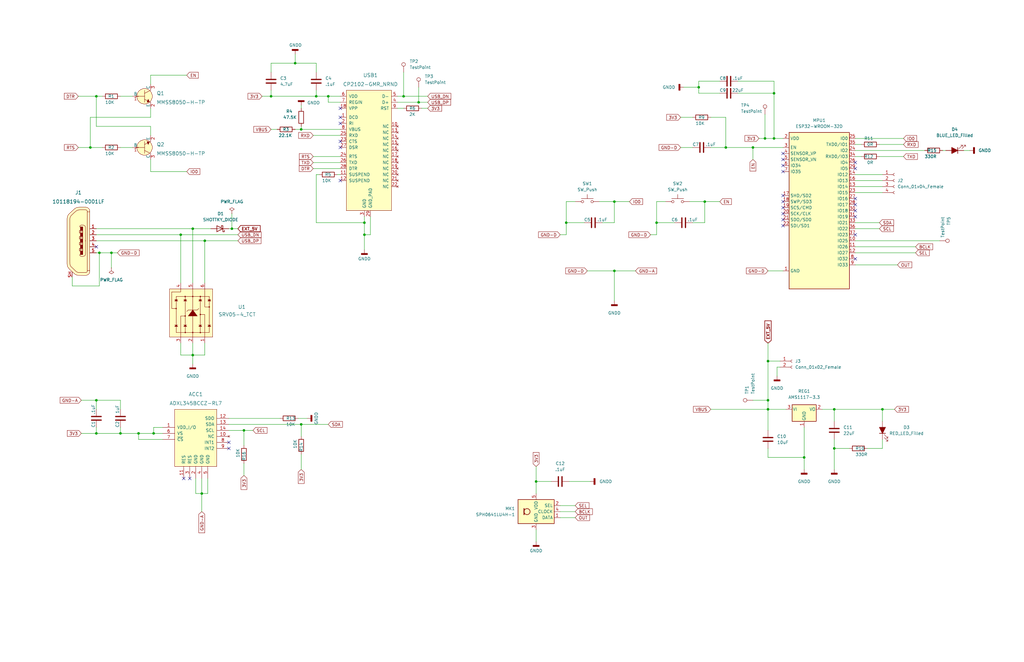
<source format=kicad_sch>
(kicad_sch (version 20211123) (generator eeschema)
  (paper "USLedger")
  (title_block (title "OPEN VIBRATION CIRCUIT SCHEMATIC LAYOUT") (date "04-10-2023") (rev "C") (company "COMPANY: NSE") (comment 1 "CHECKED: ANTHONY DOUD") (comment 2 "REVIEWED: ZACH LAHNERS") (comment 3 "DRAFTED: DAMIEN MORALES"))
  (lib_symbols
    (symbol "ADXL345BCCZ-RL7_1" (pin_names (offset 1.016))
      (property "Reference" "ACC" (at 3.81 17.78 0))
      (property "Value" "ADXL345BCCZ-RL7" (at 3.81 13.97 0))
      (symbol "ADXL345BCCZ-RL7_1_1_1"
        (pin power_in line (at -10.16 3.81 0) (length 5.08) (name "VDD_I/O") (number "1"))
        (pin no_connect line (at 17.78 0 180) (length 5.08) (name "NC") (number "10"))
        (pin power_in line (at -1.27 -17.78 90) (length 5.08) (name "RES") (number "11"))
        (pin bidirectional line (at 17.78 7.62 180) (length 5.08) (name "SDO") (number "12"))
        (pin bidirectional line (at 17.78 5.08 180) (length 5.08) (name "SDA") (number "13"))
        (pin bidirectional line (at 17.78 2.54 180) (length 5.08) (name "SCL") (number "14"))
        (pin power_in line (at 3.81 -17.78 90) (length 5.08) (name "GND") (number "2"))
        (pin power_in line (at 1.27 -17.78 90) (length 5.08) (name "RES") (number "3"))
        (pin power_in line (at 6.35 -17.78 90) (length 5.08) (name "GND") (number "4"))
        (pin power_in line (at 8.89 -17.78 90) (length 5.08) (name "GND") (number "5"))
        (pin power_in line (at -10.16 1.27 0) (length 5.08) (name "VS") (number "6"))
        (pin input line (at -10.16 -1.27 0) (length 5.08) (name "~{CS}") (number "7"))
        (pin output line (at 17.78 -2.54 180) (length 5.08) (name "INT1") (number "8"))
        (pin output line (at 17.78 -5.08 180) (length 5.08) (name "INT2") (number "9"))
      )
    )
    (symbol "CP2102-GMR_NRND_1" (pin_names (offset 1.016))
      (property "Reference" "USB" (at 1.27 22.86 0))
      (property "Value" "CP2102-GMR_NRND_1" (at -6.35 19.05 0))
      (symbol "CP2102-GMR_NRND_1_1_1"
        (pin input line (at -7.62 6.35 0) (length 2.54) (name "DCD") (number "1"))
        (pin no_connect line (at 16.51 2.54 180) (length 2.54) (name "NC") (number "10"))
        (pin output line (at -7.62 -17.78 0) (length 2.54) (name "SUSPEND") (number "11"))
        (pin output line (at -7.62 -20.32 0) (length 2.54) (name "SUSPEND") (number "12"))
        (pin no_connect line (at 16.51 0 180) (length 2.54) (name "NC") (number "13"))
        (pin no_connect line (at 16.51 -2.54 180) (length 2.54) (name "NC") (number "14"))
        (pin no_connect line (at 16.51 -5.08 180) (length 2.54) (name "NC") (number "15"))
        (pin no_connect line (at 16.51 -7.62 180) (length 2.54) (name "NC") (number "16"))
        (pin no_connect line (at 16.51 -10.16 180) (length 2.54) (name "NC") (number "17"))
        (pin no_connect line (at 16.51 -12.7 180) (length 2.54) (name "NC") (number "18"))
        (pin power_in line (at -7.62 10.16 0) (length 2.54) (name "VPP") (number "18"))
        (pin no_connect line (at 16.51 -15.24 180) (length 2.54) (name "NC") (number "19"))
        (pin input line (at -7.62 3.81 0) (length 2.54) (name "RI") (number "2"))
        (pin no_connect line (at 16.51 -17.78 180) (length 2.54) (name "NC") (number "20"))
        (pin no_connect line (at 16.51 -20.32 180) (length 2.54) (name "NC") (number "21"))
        (pin no_connect line (at 16.51 -22.86 180) (length 2.54) (name "NC") (number "22"))
        (pin input line (at -7.62 -3.81 0) (length 2.54) (name "CTS") (number "23"))
        (pin output line (at -7.62 -10.16 0) (length 2.54) (name "RTS") (number "24"))
        (pin input line (at -7.62 -1.27 0) (length 2.54) (name "RXD") (number "25"))
        (pin output line (at -7.62 -12.7 0) (length 2.54) (name "TXD") (number "26"))
        (pin input line (at -7.62 -6.35 0) (length 2.54) (name "DSR") (number "27"))
        (pin output line (at -7.62 -15.24 0) (length 2.54) (name "DTR") (number "28"))
        (pin power_in line (at 5.08 -35.56 90) (length 2.54) (name "GND_PAD") (number "29"))
        (pin power_in line (at 2.54 -35.56 90) (length 2.54) (name "GND") (number "3"))
        (pin bidirectional line (at 16.51 12.7 180) (length 2.54) (name "D+") (number "4"))
        (pin bidirectional line (at 16.51 15.24 180) (length 2.54) (name "D-") (number "5"))
        (pin passive line (at -7.62 15.24 0) (length 2.54) (name "VDD") (number "6"))
        (pin power_in line (at -7.62 12.7 0) (length 2.54) (name "REGIN") (number "7"))
        (pin input line (at -7.62 1.27 0) (length 2.54) (name "VBUS") (number "8"))
        (pin bidirectional line (at 16.51 10.16 180) (length 2.54) (name "RST") (number "9"))
      )
    )
    (symbol "Connector:Conn_01x02_Female" (pin_names (offset 1.016) hide)
      (property "Reference" "J" (at 0 2.54 0))
      (property "Value" "Conn_01x02_Female" (at 0 -5.08 0))
      (symbol "Conn_01x02_Female_1_1"
        (pin passive line (at -5.08 0 0) (length 3.81) (name "Pin_1") (number "1"))
        (pin passive line (at -5.08 -2.54 0) (length 3.81) (name "Pin_2") (number "2"))
      )
    )
    (symbol "Connector:Conn_01x04_Female" (pin_names (offset 1.016) hide)
      (property "Reference" "J" (at 0 5.08 0))
      (property "Value" "Conn_01x04_Female" (at 0 -7.62 0))
      (symbol "Conn_01x04_Female_1_1"
        (pin passive line (at -5.08 2.54 0) (length 3.81) (name "Pin_1") (number "1"))
        (pin passive line (at -5.08 0 0) (length 3.81) (name "Pin_2") (number "2"))
        (pin passive line (at -5.08 -2.54 0) (length 3.81) (name "Pin_3") (number "3"))
        (pin passive line (at -5.08 -5.08 0) (length 3.81) (name "Pin_4") (number "4"))
      )
    )
    (symbol "Connector:TestPoint" (pin_numbers hide) (pin_names (offset 0.762) hide)
      (property "Reference" "TP" (at 0 6.858 0))
      (property "Value" "TestPoint" (at 0 5.08 0))
      (symbol "TestPoint_1_1"
        (pin passive line (at 0 0 90) (length 2.54) (name "1") (number "1"))
      )
    )
    (symbol "Device:C" (pin_numbers hide) (pin_names (offset 0.254))
      (property "Reference" "C" (at 0.635 2.54 0))
      (property "Value" "C" (at 0.635 -2.54 0))
      (symbol "C_1_1"
        (pin passive line (at 0 3.81 270) (length 2.794) (name "~") (number "1"))
        (pin passive line (at 0 -3.81 90) (length 2.794) (name "~") (number "2"))
      )
    )
    (symbol "Device:LED_Filled" (pin_numbers hide) (pin_names (offset 1.016) hide)
      (property "Reference" "D" (at 0 2.54 0))
      (property "Value" "LED_Filled" (at 0 -2.54 0))
      (symbol "LED_Filled_1_1"
        (pin passive line (at -3.81 0 0) (length 2.54) (name "K") (number "1"))
        (pin passive line (at 3.81 0 180) (length 2.54) (name "A") (number "2"))
      )
    )
    (symbol "Device:R" (pin_numbers hide) (pin_names (offset 0))
      (property "Reference" "R" (at 2.032 0 90))
      (property "Value" "R" (at 0 0 90))
      (symbol "R_1_1"
        (pin passive line (at 0 3.81 270) (length 1.27) (name "~") (number "1"))
        (pin passive line (at 0 -3.81 90) (length 1.27) (name "~") (number "2"))
      )
    )
    (symbol "Diode:BAT41" (pin_numbers hide) (pin_names (offset 1.016) hide)
      (property "Reference" "D" (at 0 2.54 0))
      (property "Value" "BAT41" (at 0 -2.54 0))
      (symbol "BAT41_1_1"
        (pin passive line (at -3.81 0 0) (length 2.54) (name "K") (number "1"))
        (pin passive line (at 3.81 0 180) (length 2.54) (name "A") (number "2"))
      )
    )
    (symbol "ESP32-WROOM-32D_1"
      (property "Reference" "MPU" (at 0 38.1 0))
      (property "Value" "ESP32-WROOM-32D" (at 0 35.56 0))
      (symbol "ESP32-WROOM-32D_1_1_1"
        (pin power_in line (at -15.24 -25.4 0) (length 2.54) (name "GND") (number "1"))
        (pin bidirectional line (at 15.24 -12.7 180) (length 2.54) (name "IO25") (number "10"))
        (pin bidirectional line (at 15.24 -15.24 180) (length 2.54) (name "IO26") (number "11"))
        (pin bidirectional line (at 15.24 -17.78 180) (length 2.54) (name "IO27") (number "12"))
        (pin bidirectional line (at 15.24 10.16 180) (length 2.54) (name "IO14") (number "13"))
        (pin bidirectional line (at 15.24 15.24 180) (length 2.54) (name "IO12") (number "14"))
        (pin passive line (at -15.24 -25.4 0) (length 2.54) hide (name "GND") (number "15"))
        (pin bidirectional line (at 15.24 12.7 180) (length 2.54) (name "IO13") (number "16"))
        (pin bidirectional line (at -15.24 6.35 0) (length 2.54) (name "SHD/SD2") (number "17"))
        (pin bidirectional line (at -15.24 3.81 0) (length 2.54) (name "SWP/SD3") (number "18"))
        (pin bidirectional line (at -15.24 1.27 0) (length 2.54) (name "SCS/CMD") (number "19"))
        (pin power_in line (at -15.24 30.48 0) (length 2.54) (name "VDD") (number "2"))
        (pin bidirectional line (at -15.24 -1.27 0) (length 2.54) (name "SCK/CLK") (number "20"))
        (pin bidirectional line (at -15.24 -3.81 0) (length 2.54) (name "SDO/SD0") (number "21"))
        (pin bidirectional line (at -15.24 -6.35 0) (length 2.54) (name "SDI/SD1") (number "22"))
        (pin bidirectional line (at 15.24 7.62 180) (length 2.54) (name "IO15") (number "23"))
        (pin bidirectional line (at 15.24 25.4 180) (length 2.54) (name "IO2") (number "24"))
        (pin bidirectional line (at 15.24 30.48 180) (length 2.54) (name "IO0") (number "25"))
        (pin bidirectional line (at 15.24 20.32 180) (length 2.54) (name "IO4") (number "26"))
        (pin bidirectional line (at 15.24 5.08 180) (length 2.54) (name "IO16") (number "27"))
        (pin bidirectional line (at 15.24 2.54 180) (length 2.54) (name "IO17") (number "28"))
        (pin bidirectional line (at 15.24 17.78 180) (length 2.54) (name "IO5") (number "29"))
        (pin input line (at -15.24 26.67 0) (length 2.54) (name "EN") (number "3"))
        (pin bidirectional line (at 15.24 0 180) (length 2.54) (name "IO18") (number "30"))
        (pin bidirectional line (at 15.24 -2.54 180) (length 2.54) (name "IO19") (number "31"))
        (pin no_connect line (at -12.7 -27.94 0) (length 2.54) hide (name "NC") (number "32"))
        (pin bidirectional line (at 15.24 -5.08 180) (length 2.54) (name "IO21") (number "33"))
        (pin bidirectional line (at 15.24 22.86 180) (length 2.54) (name "RXD0/IO3") (number "34"))
        (pin bidirectional line (at 15.24 27.94 180) (length 2.54) (name "TXD0/IO1") (number "35"))
        (pin bidirectional line (at 15.24 -7.62 180) (length 2.54) (name "IO22") (number "36"))
        (pin bidirectional line (at 15.24 -10.16 180) (length 2.54) (name "IO23") (number "37"))
        (pin passive line (at -15.24 -25.4 0) (length 2.54) hide (name "GND") (number "38"))
        (pin passive line (at -15.24 -25.4 0) (length 2.54) hide (name "GND") (number "39"))
        (pin input line (at -15.24 24.13 0) (length 2.54) (name "SENSOR_VP") (number "4"))
        (pin input line (at -15.24 21.59 0) (length 2.54) (name "SENSOR_VN") (number "5"))
        (pin input line (at -15.24 19.05 0) (length 2.54) (name "IO34") (number "6"))
        (pin input line (at -15.24 16.51 0) (length 2.54) (name "IO35") (number "7"))
        (pin bidirectional line (at 15.24 -20.32 180) (length 2.54) (name "IO32") (number "8"))
        (pin bidirectional line (at 15.24 -22.86 180) (length 2.54) (name "IO33") (number "9"))
      )
    )
    (symbol "MMSS8050-H-TP_1" (pin_names (offset 0))
      (property "Reference" "Q" (at -3.2004 4.2164 0))
      (property "Value" "MMSS8050-H-TP_1" (at 5.2324 0 90))
      (symbol "MMSS8050-H-TP_1_1_1"
        (pin input line (at -5.08 0 0) (length 2.54) (name "B") (number "1"))
        (pin passive line (at 2.54 -5.08 90) (length 2.54) (name "E") (number "2"))
        (pin passive line (at 2.54 5.08 270) (length 2.54) (name "C") (number "3"))
      )
    )
    (symbol "Regulator_Linear:AMS1117-3.3" (pin_names (offset 0.254))
      (property "Reference" "U" (at -3.81 3.175 0))
      (property "Value" "AMS1117-3.3" (at 0 3.175 0))
      (symbol "AMS1117-3.3_1_1"
        (pin power_in line (at 0 -7.62 90) (length 2.54) (name "GND") (number "1"))
        (pin power_out line (at 7.62 0 180) (length 2.54) (name "VO") (number "2"))
        (pin power_in line (at -7.62 0 0) (length 2.54) (name "VI") (number "3"))
      )
    )
    (symbol "Sensor_Audio:SPH0641LU4H-1"
      (property "Reference" "MK" (at 5.08 6.35 0))
      (property "Value" "SPH0641LU4H-1" (at 8.89 -6.35 0))
      (symbol "SPH0641LU4H-1_1_1"
        (pin output line (at 10.16 -2.54 180) (length 2.54) (name "DATA") (number "1"))
        (pin input line (at 10.16 2.54 180) (length 2.54) (name "SEL") (number "2"))
        (pin power_in line (at 0 -7.62 90) (length 2.54) (name "GND") (number "3"))
        (pin input line (at 10.16 0 180) (length 2.54) (name "CLOCK") (number "4"))
        (pin power_in line (at 0 7.62 270) (length 2.54) (name "VDD") (number "5"))
      )
    )
    (symbol "Switch:SW_Push" (pin_numbers hide) (pin_names (offset 1.016) hide)
      (property "Reference" "SW" (at 1.27 2.54 0))
      (property "Value" "SW_Push" (at 0 -1.524 0))
      (symbol "SW_Push_0_1"
        (pin passive line (at -5.08 0 0) (length 2.54) (name "1") (number "1"))
        (pin passive line (at 5.08 0 180) (length 2.54) (name "2") (number "2"))
      )
    )
    (symbol "dk_TVS-Diodes:SRV05-4_TCT" (pin_names (offset 1.016))
      (property "Reference" "D" (at -10.414 9.271 0))
      (property "Value" "SRV05-4_TCT" (at 0 -11.43 0))
      (symbol "SRV05-4_TCT_1_1"
        (pin passive line (at -12.7 5.08 0) (length 2.54) (name "~") (number "1"))
        (pin passive line (at -12.7 0 0) (length 2.54) (name "~") (number "2"))
        (pin passive line (at -12.7 -5.08 0) (length 2.54) (name "~") (number "3"))
        (pin passive line (at 12.7 -5.08 180) (length 2.54) (name "~") (number "4"))
        (pin passive line (at 12.7 0 180) (length 2.54) (name "~") (number "5"))
        (pin passive line (at 12.7 5.08 180) (length 2.54) (name "~") (number "6"))
      )
    )
    (symbol "dk_USB-DVI-HDMI-Connectors:10118194-0001LF" (pin_names (offset 1.016))
      (property "Reference" "J" (at -4.445 15.24 0))
      (property "Value" "10118194-0001LF" (at -6.35 -7.62 90))
      (symbol "10118194-0001LF_1_1"
        (pin passive line (at 7.62 5.08 180) (length 2.794) (name "~") (number "1"))
        (pin passive line (at 7.62 2.54 180) (length 2.794) (name "~") (number "2"))
        (pin passive line (at 7.62 0 180) (length 2.794) (name "~") (number "3"))
        (pin passive line (at 7.62 -2.54 180) (length 2.794) (name "~") (number "4"))
        (pin passive line (at 7.62 -5.08 180) (length 2.794) (name "~") (number "5"))
        (pin passive line (at -2.54 -15.24 90) (length 2.032) (name "~") (number "SH"))
      )
    )
    (symbol "power:GNDD" (power) (pin_names (offset 0))
      (property "Value" "GNDD" (at 0 -3.175 0))
      (symbol "GNDD_1_1"
        (pin power_in line (at 0 0 270) (length 0) hide (name "GNDD") (number "1"))
      )
    )
    (symbol "power:PWR_FLAG" (power) (pin_numbers hide) (pin_names (offset 0) hide)
      (property "Value" "PWR_FLAG" (at 0 3.81 0))
      (symbol "PWR_FLAG_0_0"
        (pin power_out line (at 0 0 90) (length 0) (name "pwr") (number "1"))
      )
    )
  )
  (junction (at 326.39 39.37))
  (junction (at 372.11 172.72))
  (junction (at 58.42 182.88))
  (junction (at 326.39 58.42))
  (junction (at 46.99 106.68))
  (junction (at 81.28 96.52))
  (junction (at 339.09 193.04))
  (junction (at 64.77 182.88))
  (junction (at 323.85 152.4))
  (junction (at 127 179.07))
  (junction (at 317.5 62.23))
  (junction (at 238.76 93.98))
  (junction (at 153.67 99.06))
  (junction (at 297.18 85.09))
  (junction (at 41.91 106.68))
  (junction (at 133.35 40.64))
  (junction (at 294.64 36.83))
  (junction (at 323.85 168.91))
  (junction (at 40.64 182.88))
  (junction (at 176.53 43.18))
  (junction (at 170.18 40.64))
  (junction (at 351.79 189.23))
  (junction (at 85.09 208.28))
  (junction (at 50.8 182.88))
  (junction (at 323.85 172.72))
  (junction (at 86.36 101.6))
  (junction (at 276.86 93.98))
  (junction (at 76.2 99.06))
  (junction (at 97.79 96.52))
  (junction (at 114.3 40.64))
  (junction (at 306.07 62.23))
  (junction (at 153.67 93.98))
  (junction (at 226.06 203.2))
  (junction (at 138.43 40.64))
  (junction (at 124.46 26.67))
  (junction (at 127 54.61))
  (junction (at 38.1 62.23))
  (junction (at 259.08 85.09))
  (junction (at 322.58 58.42))
  (junction (at 351.79 172.72))
  (junction (at 40.64 40.64))
  (junction (at 40.64 168.91))
  (junction (at 102.87 181.61))
  (junction (at 259.08 114.3))
  (junction (at 81.28 149.86))
  (no_connect (at 330.2 95.25))
  (no_connect (at 330.2 85.09))
  (no_connect (at 77.47 201.93))
  (no_connect (at 143.51 59.69))
  (no_connect (at 360.68 99.06))
  (no_connect (at 330.2 64.77))
  (no_connect (at 80.01 201.93))
  (no_connect (at 143.51 52.07))
  (no_connect (at 330.2 67.31))
  (no_connect (at 40.64 104.14))
  (no_connect (at 143.51 76.2))
  (no_connect (at 143.51 62.23))
  (no_connect (at 360.68 109.22))
  (no_connect (at 330.2 82.55))
  (no_connect (at 360.68 83.82))
  (no_connect (at 360.68 86.36))
  (no_connect (at 330.2 69.85))
  (no_connect (at 143.51 45.72))
  (no_connect (at 360.68 71.12))
  (no_connect (at 330.2 90.17))
  (no_connect (at 330.2 72.39))
  (no_connect (at 330.2 87.63))
  (no_connect (at 360.68 68.58))
  (no_connect (at 360.68 88.9))
  (no_connect (at 143.51 49.53))
  (no_connect (at 96.52 189.23))
  (no_connect (at 360.68 91.44))
  (no_connect (at 330.2 92.71))
  (no_connect (at 96.52 186.69))
  (wire (pts (xy 236.22 99.06) (xy 238.76 99.06)))
  (wire (pts (xy 323.85 172.72) (xy 331.47 172.72)))
  (wire (pts (xy 153.67 93.98) (xy 153.67 91.44)))
  (wire (pts (xy 360.68 93.98) (xy 370.84 93.98)))
  (wire (pts (xy 86.36 101.6) (xy 86.36 119.38)))
  (wire (pts (xy 303.53 39.37) (xy 294.64 39.37)))
  (wire (pts (xy 43.18 62.23) (xy 38.1 62.23)))
  (wire (pts (xy 114.3 26.67) (xy 124.46 26.67)))
  (wire (pts (xy 326.39 39.37) (xy 326.39 58.42)))
  (wire (pts (xy 76.2 119.38) (xy 76.2 99.06)))
  (wire (pts (xy 102.87 195.58) (xy 102.87 200.66)))
  (wire (pts (xy 82.55 208.28) (xy 85.09 208.28)))
  (wire (pts (xy 114.3 38.1) (xy 114.3 40.64)))
  (wire (pts (xy 363.22 66.04) (xy 360.68 66.04)))
  (wire (pts (xy 294.64 39.37) (xy 294.64 36.83)))
  (wire (pts (xy 297.18 85.09) (xy 303.53 85.09)))
  (wire (pts (xy 236.22 218.44) (xy 242.57 218.44)))
  (wire (pts (xy 311.15 34.29) (xy 326.39 34.29)))
  (wire (pts (xy 153.67 99.06) (xy 153.67 105.41)))
  (wire (pts (xy 360.68 76.2) (xy 372.11 76.2)))
  (wire (pts (xy 127 53.34) (xy 127 54.61)))
  (wire (pts (xy 323.85 144.78) (xy 323.85 152.4)))
  (wire (pts (xy 236.22 213.36) (xy 242.57 213.36)))
  (wire (pts (xy 40.64 168.91) (xy 50.8 168.91)))
  (wire (pts (xy 170.18 30.48) (xy 170.18 40.64)))
  (wire (pts (xy 41.91 120.65) (xy 41.91 106.68)))
  (wire (pts (xy 280.67 85.09) (xy 276.86 85.09)))
  (wire (pts (xy 396.24 101.6) (xy 360.68 101.6)))
  (wire (pts (xy 50.8 168.91) (xy 50.8 172.72)))
  (wire (pts (xy 85.09 215.9) (xy 85.09 208.28)))
  (wire (pts (xy 360.68 106.68) (xy 386.08 106.68)))
  (wire (pts (xy 143.51 66.04) (xy 132.08 66.04)))
  (wire (pts (xy 226.06 196.85) (xy 226.06 203.2)))
  (wire (pts (xy 170.18 40.64) (xy 180.34 40.64)))
  (wire (pts (xy 63.5 67.31) (xy 63.5 72.39)))
  (wire (pts (xy 176.53 36.83) (xy 176.53 43.18)))
  (wire (pts (xy 82.55 201.93) (xy 82.55 208.28)))
  (wire (pts (xy 317.5 62.23) (xy 330.2 62.23)))
  (wire (pts (xy 360.68 58.42) (xy 381 58.42)))
  (wire (pts (xy 327.66 154.94) (xy 327.66 158.75)))
  (wire (pts (xy 64.77 180.34) (xy 64.77 182.88)))
  (wire (pts (xy 63.5 31.75) (xy 78.74 31.75)))
  (wire (pts (xy 133.35 26.67) (xy 133.35 30.48)))
  (wire (pts (xy 156.21 91.44) (xy 156.21 99.06)))
  (wire (pts (xy 287.02 62.23) (xy 292.1 62.23)))
  (wire (pts (xy 127 44.45) (xy 127 45.72)))
  (wire (pts (xy 252.73 85.09) (xy 259.08 85.09)))
  (wire (pts (xy 346.71 172.72) (xy 351.79 172.72)))
  (wire (pts (xy 127 54.61) (xy 143.51 54.61)))
  (wire (pts (xy 143.51 43.18) (xy 138.43 43.18)))
  (wire (pts (xy 127 179.07) (xy 138.43 179.07)))
  (wire (pts (xy 81.28 144.78) (xy 81.28 149.86)))
  (wire (pts (xy 118.11 176.53) (xy 96.52 176.53)))
  (wire (pts (xy 292.1 93.98) (xy 297.18 93.98)))
  (wire (pts (xy 40.64 99.06) (xy 76.2 99.06)))
  (wire (pts (xy 323.85 172.72) (xy 323.85 181.61)))
  (wire (pts (xy 34.29 182.88) (xy 40.64 182.88)))
  (wire (pts (xy 63.5 57.15) (xy 63.5 53.34)))
  (wire (pts (xy 276.86 99.06) (xy 276.86 93.98)))
  (wire (pts (xy 167.64 45.72) (xy 170.18 45.72)))
  (wire (pts (xy 238.76 99.06) (xy 238.76 93.98)))
  (wire (pts (xy 360.68 104.14) (xy 386.08 104.14)))
  (wire (pts (xy 274.32 99.06) (xy 276.86 99.06)))
  (wire (pts (xy 327.66 154.94) (xy 328.93 154.94)))
  (wire (pts (xy 143.51 71.12) (xy 132.08 71.12)))
  (wire (pts (xy 46.99 106.68) (xy 49.53 106.68)))
  (wire (pts (xy 156.21 99.06) (xy 153.67 99.06)))
  (wire (pts (xy 143.51 68.58) (xy 132.08 68.58)))
  (wire (pts (xy 167.64 43.18) (xy 176.53 43.18)))
  (wire (pts (xy 370.84 60.96) (xy 381 60.96)))
  (wire (pts (xy 81.28 149.86) (xy 81.28 153.67)))
  (wire (pts (xy 351.79 189.23) (xy 351.79 185.42)))
  (wire (pts (xy 370.84 66.04) (xy 381 66.04)))
  (wire (pts (xy 87.63 201.93) (xy 87.63 208.28)))
  (wire (pts (xy 40.64 106.68) (xy 41.91 106.68)))
  (wire (pts (xy 134.62 73.66) (xy 133.35 73.66)))
  (wire (pts (xy 81.28 96.52) (xy 81.28 119.38)))
  (wire (pts (xy 41.91 106.68) (xy 46.99 106.68)))
  (wire (pts (xy 397.51 63.5) (xy 398.78 63.5)))
  (wire (pts (xy 259.08 114.3) (xy 259.08 127)))
  (wire (pts (xy 238.76 85.09) (xy 238.76 93.98)))
  (wire (pts (xy 133.35 38.1) (xy 133.35 40.64)))
  (wire (pts (xy 360.68 78.74) (xy 372.11 78.74)))
  (wire (pts (xy 360.68 73.66) (xy 372.11 73.66)))
  (wire (pts (xy 86.36 144.78) (xy 86.36 149.86)))
  (wire (pts (xy 110.49 40.64) (xy 114.3 40.64)))
  (wire (pts (xy 360.68 81.28) (xy 372.11 81.28)))
  (wire (pts (xy 351.79 172.72) (xy 351.79 177.8)))
  (wire (pts (xy 30.48 116.84) (xy 30.48 120.65)))
  (wire (pts (xy 86.36 149.86) (xy 81.28 149.86)))
  (wire (pts (xy 360.68 96.52) (xy 370.84 96.52)))
  (wire (pts (xy 306.07 62.23) (xy 317.5 62.23)))
  (wire (pts (xy 114.3 26.67) (xy 114.3 30.48)))
  (wire (pts (xy 317.5 62.23) (xy 317.5 67.31)))
  (wire (pts (xy 143.51 57.15) (xy 132.08 57.15)))
  (wire (pts (xy 297.18 93.98) (xy 297.18 85.09)))
  (wire (pts (xy 58.42 182.88) (xy 64.77 182.88)))
  (wire (pts (xy 63.5 72.39) (xy 78.74 72.39)))
  (wire (pts (xy 96.52 96.52) (xy 97.79 96.52)))
  (wire (pts (xy 76.2 149.86) (xy 81.28 149.86)))
  (wire (pts (xy 40.64 53.34) (xy 40.64 40.64)))
  (wire (pts (xy 323.85 168.91) (xy 323.85 172.72)))
  (wire (pts (xy 322.58 58.42) (xy 326.39 58.42)))
  (wire (pts (xy 363.22 60.96) (xy 360.68 60.96)))
  (wire (pts (xy 351.79 198.12) (xy 351.79 189.23)))
  (wire (pts (xy 306.07 49.53) (xy 306.07 62.23)))
  (wire (pts (xy 226.06 223.52) (xy 226.06 228.6)))
  (wire (pts (xy 259.08 114.3) (xy 267.97 114.3)))
  (wire (pts (xy 276.86 85.09) (xy 276.86 93.98)))
  (wire (pts (xy 360.68 63.5) (xy 389.89 63.5)))
  (wire (pts (xy 40.64 101.6) (xy 86.36 101.6)))
  (wire (pts (xy 125.73 176.53) (xy 129.54 176.53)))
  (wire (pts (xy 254 93.98) (xy 259.08 93.98)))
  (wire (pts (xy 294.64 36.83) (xy 294.64 34.29)))
  (wire (pts (xy 50.8 62.23) (xy 55.88 62.23)))
  (wire (pts (xy 303.53 34.29) (xy 294.64 34.29)))
  (wire (pts (xy 323.85 189.23) (xy 323.85 193.04)))
  (wire (pts (xy 97.79 96.52) (xy 100.33 96.52)))
  (wire (pts (xy 406.4 63.5) (xy 408.94 63.5)))
  (wire (pts (xy 320.04 58.42) (xy 322.58 58.42)))
  (wire (pts (xy 40.64 40.64) (xy 33.02 40.64)))
  (wire (pts (xy 317.5 168.91) (xy 323.85 168.91)))
  (wire (pts (xy 85.09 208.28) (xy 85.09 201.93)))
  (wire (pts (xy 242.57 85.09) (xy 238.76 85.09)))
  (wire (pts (xy 68.58 180.34) (xy 64.77 180.34)))
  (wire (pts (xy 339.09 198.12) (xy 339.09 193.04)))
  (wire (pts (xy 63.5 35.56) (xy 63.5 31.75)))
  (wire (pts (xy 365.76 189.23) (xy 372.11 189.23)))
  (wire (pts (xy 247.65 114.3) (xy 259.08 114.3)))
  (wire (pts (xy 30.48 120.65) (xy 41.91 120.65)))
  (wire (pts (xy 133.35 73.66) (xy 133.35 93.98)))
  (wire (pts (xy 153.67 93.98) (xy 153.67 99.06)))
  (wire (pts (xy 330.2 114.3) (xy 323.85 114.3)))
  (wire (pts (xy 240.03 203.2) (xy 248.92 203.2)))
  (wire (pts (xy 76.2 99.06) (xy 100.33 99.06)))
  (wire (pts (xy 276.86 93.98) (xy 284.48 93.98)))
  (wire (pts (xy 226.06 203.2) (xy 232.41 203.2)))
  (wire (pts (xy 40.64 96.52) (xy 81.28 96.52)))
  (wire (pts (xy 96.52 179.07) (xy 127 179.07)))
  (wire (pts (xy 323.85 152.4) (xy 328.93 152.4)))
  (wire (pts (xy 177.8 45.72) (xy 180.34 45.72)))
  (wire (pts (xy 81.28 96.52) (xy 88.9 96.52)))
  (wire (pts (xy 339.09 193.04) (xy 339.09 180.34)))
  (wire (pts (xy 114.3 54.61) (xy 116.84 54.61)))
  (wire (pts (xy 326.39 34.29) (xy 326.39 39.37)))
  (wire (pts (xy 102.87 187.96) (xy 102.87 181.61)))
  (wire (pts (xy 63.5 45.72) (xy 63.5 49.53)))
  (wire (pts (xy 102.87 181.61) (xy 106.68 181.61)))
  (wire (pts (xy 64.77 182.88) (xy 68.58 182.88)))
  (wire (pts (xy 323.85 193.04) (xy 339.09 193.04)))
  (wire (pts (xy 43.18 40.64) (xy 40.64 40.64)))
  (wire (pts (xy 68.58 185.42) (xy 58.42 185.42)))
  (wire (pts (xy 50.8 182.88) (xy 58.42 182.88)))
  (wire (pts (xy 326.39 58.42) (xy 330.2 58.42)))
  (wire (pts (xy 236.22 215.9) (xy 242.57 215.9)))
  (wire (pts (xy 40.64 180.34) (xy 40.64 182.88)))
  (wire (pts (xy 40.64 168.91) (xy 40.64 172.72)))
  (wire (pts (xy 167.64 40.64) (xy 170.18 40.64)))
  (wire (pts (xy 299.72 49.53) (xy 306.07 49.53)))
  (wire (pts (xy 142.24 73.66) (xy 143.51 73.66)))
  (wire (pts (xy 63.5 49.53) (xy 38.1 49.53)))
  (wire (pts (xy 50.8 180.34) (xy 50.8 182.88)))
  (wire (pts (xy 351.79 172.72) (xy 372.11 172.72)))
  (wire (pts (xy 63.5 53.34) (xy 40.64 53.34)))
  (wire (pts (xy 360.68 111.76) (xy 378.46 111.76)))
  (wire (pts (xy 124.46 22.86) (xy 124.46 26.67)))
  (wire (pts (xy 372.11 189.23) (xy 372.11 185.42)))
  (wire (pts (xy 287.02 49.53) (xy 292.1 49.53)))
  (wire (pts (xy 322.58 48.26) (xy 322.58 58.42)))
  (wire (pts (xy 114.3 40.64) (xy 133.35 40.64)))
  (wire (pts (xy 138.43 43.18) (xy 138.43 40.64)))
  (wire (pts (xy 127 184.15) (xy 127 179.07)))
  (wire (pts (xy 238.76 93.98) (xy 246.38 93.98)))
  (wire (pts (xy 290.83 85.09) (xy 297.18 85.09)))
  (wire (pts (xy 299.72 172.72) (xy 323.85 172.72)))
  (wire (pts (xy 299.72 62.23) (xy 306.07 62.23)))
  (wire (pts (xy 372.11 172.72) (xy 377.19 172.72)))
  (wire (pts (xy 50.8 40.64) (xy 55.88 40.64)))
  (wire (pts (xy 294.64 36.83) (xy 288.29 36.83)))
  (wire (pts (xy 46.99 113.03) (xy 46.99 106.68)))
  (wire (pts (xy 58.42 185.42) (xy 58.42 182.88)))
  (wire (pts (xy 226.06 203.2) (xy 226.06 208.28)))
  (wire (pts (xy 176.53 43.18) (xy 180.34 43.18)))
  (wire (pts (xy 133.35 40.64) (xy 138.43 40.64)))
  (wire (pts (xy 86.36 101.6) (xy 100.33 101.6)))
  (wire (pts (xy 34.29 168.91) (xy 40.64 168.91)))
  (wire (pts (xy 97.79 90.17) (xy 97.79 96.52)))
  (wire (pts (xy 76.2 144.78) (xy 76.2 149.86)))
  (wire (pts (xy 323.85 152.4) (xy 323.85 168.91)))
  (wire (pts (xy 124.46 26.67) (xy 133.35 26.67)))
  (wire (pts (xy 124.46 54.61) (xy 127 54.61)))
  (wire (pts (xy 127 191.77) (xy 127 198.12)))
  (wire (pts (xy 133.35 93.98) (xy 153.67 93.98)))
  (wire (pts (xy 372.11 177.8) (xy 372.11 172.72)))
  (wire (pts (xy 40.64 182.88) (xy 50.8 182.88)))
  (wire (pts (xy 87.63 208.28) (xy 85.09 208.28)))
  (wire (pts (xy 138.43 40.64) (xy 143.51 40.64)))
  (wire (pts (xy 38.1 62.23) (xy 33.02 62.23)))
  (wire (pts (xy 96.52 181.61) (xy 102.87 181.61)))
  (wire (pts (xy 38.1 49.53) (xy 38.1 62.23)))
  (wire (pts (xy 259.08 93.98) (xy 259.08 85.09)))
  (wire (pts (xy 259.08 85.09) (xy 265.43 85.09)))
  (wire (pts (xy 351.79 189.23) (xy 358.14 189.23)))
  (wire (pts (xy 311.15 39.37) (xy 326.39 39.37)))
  (global_label "RTS" (shape input) (at 33.02 62.23 180) (property "Intersheet References" "${INTERSHEET_REFS}" (effects hide)))
  (global_label "BCLK" (shape input) (at 386.08 104.14 0) (property "Intersheet References" "${INTERSHEET_REFS}" (effects hide)))
  (global_label "USB_DP" (shape input) (at 100.33 101.6 0) (property "Intersheet References" "${INTERSHEET_REFS}" (effects hide)))
  (global_label "DTR" (shape input) (at 33.02 40.64 180) (property "Intersheet References" "${INTERSHEET_REFS}" (effects hide)))
  (global_label "OUT" (shape input) (at 242.57 218.44 0) (property "Intersheet References" "${INTERSHEET_REFS}" (effects hide)))
  (global_label "VBUS" (shape input) (at 114.3 54.61 180) (property "Intersheet References" "${INTERSHEET_REFS}" (effects hide)))
  (global_label "IO0" (shape input) (at 265.43 85.09 0) (property "Intersheet References" "${INTERSHEET_REFS}" (effects hide)))
  (global_label "SDA" (shape input) (at 370.84 93.98 0) (property "Intersheet References" "${INTERSHEET_REFS}" (effects hide)))
  (global_label "3V3" (shape input) (at 180.34 45.72 0) (property "Intersheet References" "${INTERSHEET_REFS}" (effects hide)))
  (global_label "RXD" (shape input) (at 132.08 57.15 180) (property "Intersheet References" "${INTERSHEET_REFS}" (effects hide)))
  (global_label "EXT_5V" (shape input) (at 100.33 96.52 0) (effects (font (thickness 0.254) bold)) (property "Intersheet References" "${INTERSHEET_REFS}" (effects hide)))
  (global_label "GND-A" (shape input) (at 34.29 168.91 180) (property "Intersheet References" "${INTERSHEET_REFS}" (effects hide)))
  (global_label "GND-D" (shape input) (at 323.85 114.3 180) (property "Intersheet References" "${INTERSHEET_REFS}" (effects hide)))
  (global_label "BCLK" (shape input) (at 242.57 215.9 0) (property "Intersheet References" "${INTERSHEET_REFS}" (effects hide)))
  (global_label "RTS" (shape input) (at 132.08 66.04 180) (property "Intersheet References" "${INTERSHEET_REFS}" (effects hide)))
  (global_label "GND-D" (shape input) (at 287.02 62.23 180) (property "Intersheet References" "${INTERSHEET_REFS}" (effects hide)))
  (global_label "IO0" (shape input) (at 381 58.42 0) (property "Intersheet References" "${INTERSHEET_REFS}" (effects hide)))
  (global_label "SCL" (shape input) (at 106.68 181.61 0) (property "Intersheet References" "${INTERSHEET_REFS}" (effects hide)))
  (global_label "TXD" (shape input) (at 381 66.04 0) (property "Intersheet References" "${INTERSHEET_REFS}" (effects hide)))
  (global_label "SCL" (shape input) (at 370.84 96.52 0) (property "Intersheet References" "${INTERSHEET_REFS}" (effects hide)))
  (global_label "3V3" (shape input) (at 287.02 49.53 180) (property "Intersheet References" "${INTERSHEET_REFS}" (effects hide)))
  (global_label "3V3" (shape input) (at 127 198.12 270) (property "Intersheet References" "${INTERSHEET_REFS}" (effects hide)))
  (global_label "TXD" (shape input) (at 132.08 68.58 180) (property "Intersheet References" "${INTERSHEET_REFS}" (effects hide)))
  (global_label "GND-A" (shape input) (at 267.97 114.3 0) (property "Intersheet References" "${INTERSHEET_REFS}" (effects hide)))
  (global_label "3V3" (shape input) (at 110.49 40.64 180) (property "Intersheet References" "${INTERSHEET_REFS}" (effects hide)))
  (global_label "SEL" (shape input) (at 242.57 213.36 0) (property "Intersheet References" "${INTERSHEET_REFS}" (effects hide)))
  (global_label "EN" (shape input) (at 303.53 85.09 0) (property "Intersheet References" "${INTERSHEET_REFS}" (effects hide)))
  (global_label "GND-D" (shape input) (at 274.32 99.06 180) (property "Intersheet References" "${INTERSHEET_REFS}" (effects hide)))
  (global_label "GND-A" (shape input) (at 85.09 215.9 270) (property "Intersheet References" "${INTERSHEET_REFS}" (effects hide)))
  (global_label "VBUS" (shape input) (at 299.72 172.72 180) (property "Intersheet References" "${INTERSHEET_REFS}" (effects hide)))
  (global_label "3V3" (shape input) (at 34.29 182.88 180) (property "Intersheet References" "${INTERSHEET_REFS}" (effects hide)))
  (global_label "USB_DP" (shape input) (at 180.34 43.18 0) (property "Intersheet References" "${INTERSHEET_REFS}" (effects hide)))
  (global_label "3V3" (shape input) (at 102.87 200.66 270) (property "Intersheet References" "${INTERSHEET_REFS}" (effects hide)))
  (global_label "SDA" (shape input) (at 138.43 179.07 0) (property "Intersheet References" "${INTERSHEET_REFS}" (effects hide)))
  (global_label "EN" (shape input) (at 317.5 67.31 270) (property "Intersheet References" "${INTERSHEET_REFS}" (effects hide)))
  (global_label "GND-D" (shape input) (at 236.22 99.06 180) (property "Intersheet References" "${INTERSHEET_REFS}" (effects hide)))
  (global_label "DTR" (shape input) (at 132.08 71.12 180) (property "Intersheet References" "${INTERSHEET_REFS}" (effects hide)))
  (global_label "IO0" (shape input) (at 78.74 72.39 0) (property "Intersheet References" "${INTERSHEET_REFS}" (effects hide)))
  (global_label "EN" (shape input) (at 78.74 31.75 0) (property "Intersheet References" "${INTERSHEET_REFS}" (effects hide)))
  (global_label "USB_DN" (shape input) (at 100.33 99.06 0) (property "Intersheet References" "${INTERSHEET_REFS}" (effects hide)))
  (global_label "3V3" (shape input) (at 377.19 172.72 0) (property "Intersheet References" "${INTERSHEET_REFS}" (effects hide)))
  (global_label "OUT" (shape input) (at 378.46 111.76 0) (property "Intersheet References" "${INTERSHEET_REFS}" (effects hide)))
  (global_label "SEL" (shape input) (at 386.08 106.68 0) (property "Intersheet References" "${INTERSHEET_REFS}" (effects hide)))
  (global_label "GND-D" (shape input) (at 49.53 106.68 0) (property "Intersheet References" "${INTERSHEET_REFS}" (effects hide)))
  (global_label "3V3" (shape input) (at 226.06 196.85 90) (property "Intersheet References" "${INTERSHEET_REFS}" (effects hide)))
  (global_label "RXD" (shape input) (at 381 60.96 0) (property "Intersheet References" "${INTERSHEET_REFS}" (effects hide)))
  (global_label "GND-D" (shape input) (at 247.65 114.3 180) (property "Intersheet References" "${INTERSHEET_REFS}" (effects hide)))
  (global_label "EXT_5V" (shape input) (at 323.85 144.78 90) (effects (font (thickness 0.254) bold)) (property "Intersheet References" "${INTERSHEET_REFS}" (effects hide)))
  (global_label "3V3" (shape input) (at 320.04 58.42 180) (property "Intersheet References" "${INTERSHEET_REFS}" (effects hide)))
  (global_label "USB_DN" (shape input) (at 180.34 40.64 0) (property "Intersheet References" "${INTERSHEET_REFS}" (effects hide)))
  (symbol (lib_id "Device:R") (at 46.99 40.64 90) (unit 1)
    (property "Reference" "R1" (at 48.26 40.64 90) (effects (justify left)))
    (property "Value" "10K" (at 48.26 43.18 90) (effects (justify left)))
    (property "Footprint" "Resistor_SMD:R_0603_1608Metric" (effects hide))
  )
  (symbol (lib_id "Device:R") (at 46.99 62.23 90) (unit 1)
    (property "Reference" "R2" (at 48.26 62.23 90) (effects (justify left)))
    (property "Value" "10K" (at 48.26 64.77 90) (effects (justify left)))
    (property "Footprint" "Resistor_SMD:R_0603_1608Metric" (effects hide))
  )
  (symbol (lib_name "CP2102-GMR_NRND_1") (lib_id "dk_Interface-Controllers:CP2102-GMR_NRND") (at 151.13 55.88 0) (unit 1)
    (property "Reference" "USB1" (at 156.21 31.75 0) (effects (font (size 1.524 1.524))))
    (property "Value" "CP2102-GMR_NRND" (at 156.21 35.56 0) (effects (font (size 1.524 1.524))))
    (property "Footprint" "digikey-footprints:VFQFN-28-1EP_5x5mm" (effects hide))
    (property "Datasheet" "https://www.silabs.com/documents/public/data-sheets/CP2102-9.pdf" (effects hide))
    (property "Digi-Key_PN" "336-1160-1-ND" (effects hide))
    (property "MPN" "CP2102-GMR" (effects hide))
    (property "Category" "Integrated Circuits (ICs)" (effects hide))
    (property "Family" "Interface - Controllers" (effects hide))
    (property "DK_Datasheet_Link" "https://www.silabs.com/documents/public/data-sheets/CP2102-9.pdf" (effects hide))
    (property "DK_Detail_Page" "/product-detail/en/silicon-labs/CP2102-GMR/336-1160-1-ND/3672615" (effects hide))
    (property "Description" "IC USB-TO-UART BRIDGE 28VQFN" (effects hide))
    (property "Manufacturer" "Silicon Labs" (effects hide))
    (property "Status" "Not For New Designs" (effects hide))
  )
  (symbol (lib_id "Device:R") (at 295.91 49.53 90) (unit 1)
    (property "Reference" "R9" (at 297.18 49.53 90) (effects (justify left)))
    (property "Value" "10K" (at 297.18 52.07 90) (effects (justify left)))
    (property "Footprint" "Resistor_SMD:R_0603_1608Metric" (effects hide))
  )
  (symbol (lib_id "power:GNDD") (at 259.08 127 0) (unit 1)
    (property "Reference" "#PWR0109" (effects hide))
    (property "Value" "GNDD" (at 259.08 132.08 0))
  )
  (symbol (lib_id "Device:C") (at 351.79 181.61 0) (unit 1)
    (property "Reference" "C11" (at 355.6 180.3399 0) (effects (justify left)))
    (property "Value" "22uF" (at 355.6 182.8799 0) (effects (justify left)))
    (property "Footprint" "Capacitor_SMD:C_0603_1608Metric" (effects hide))
  )
  (symbol (lib_id "Device:C") (at 133.35 34.29 0) (unit 1)
    (property "Reference" "C4" (at 137.16 33.0199 0) (effects (justify left)))
    (property "Value" ".1uF" (at 137.16 35.5599 0) (effects (justify left)))
    (property "Footprint" "Capacitor_SMD:C_0603_1608Metric" (effects hide))
  )
  (symbol (lib_id "Sensor_Audio:SPH0641LU4H-1") (at 226.06 215.9 0) (unit 1)
    (property "Reference" "MK1" (at 217.17 214.6299 0) (effects (justify right)))
    (property "Value" "SPH0641LU4H-1" (at 217.17 217.1699 0) (effects (justify right)))
    (property "Footprint" "Sensor_Audio:Knowles_LGA-5_3.5x2.65mm" (effects hide))
    (property "Datasheet" "https://www.knowles.com/docs/default-source/model-downloads/sph0641lu4h-1-revb.pdf" (effects hide))
  )
  (symbol (lib_name "ESP32-WROOM-32D_1") (lib_id "RF_Module:ESP32-WROOM-32D") (at 345.44 88.9 0) (unit 1)
    (property "Reference" "MPU1" (at 345.44 50.8 0))
    (property "Value" "ESP32-WROOM-32D" (at 345.44 53.34 0))
    (property "Footprint" "RF_Module:ESP32-WROOM-32" (effects hide))
    (property "Datasheet" "https://www.espressif.com/sites/default/files/documentation/esp32-wroom-32d_esp32-wroom-32u_datasheet_en.pdf" (effects hide))
  )
  (symbol (lib_id "power:GNDD") (at 81.28 153.67 0) (unit 1)
    (property "Reference" "#PWR0101" (effects hide))
    (property "Value" "GNDD" (at 81.28 158.75 0))
  )
  (symbol (lib_id "Device:R") (at 173.99 45.72 90) (unit 1)
    (property "Reference" "R6" (at 175.26 45.72 90) (effects (justify left)))
    (property "Value" "2K" (at 175.26 48.26 90) (effects (justify left)))
    (property "Footprint" "Resistor_SMD:R_0603_1608Metric" (effects hide))
  )
  (symbol (lib_id "power:GNDD") (at 226.06 228.6 0) (unit 1)
    (property "Reference" "#PWR0105" (effects hide))
    (property "Value" "GNDD" (at 226.06 232.41 0))
  )
  (symbol (lib_id "Diode:BAT41") (at 92.71 96.52 180) (unit 1)
    (property "Reference" "D1" (at 93.0275 90.17 0))
    (property "Value" "SHOTTKY_DIODE" (at 93.0275 92.71 0))
    (property "Footprint" "Diode_SMD:D_SMA" (effects hide))
    (property "Datasheet" "http://www.vishay.com/docs/85659/bat41.pdf" (effects hide))
  )
  (symbol (lib_id "Connector:TestPoint") (at 317.5 168.91 90) (unit 1)
    (property "Reference" "TP1" (at 314.96 166.37 0) (effects (justify left)))
    (property "Value" "TestPoint" (at 317.5 166.37 0) (effects (justify left)))
    (property "Footprint" "TestPoint:TestPoint_THTPad_D3.0mm_Drill1.5mm" (effects hide))
  )
  (symbol (lib_id "Device:R") (at 127 187.96 180) (unit 1)
    (property "Reference" "R14" (at 127 186.69 90) (effects (justify left)))
    (property "Value" "10K" (at 124.46 185.42 90) (effects (justify left)))
    (property "Footprint" "Resistor_SMD:R_0603_1608Metric" (effects hide))
  )
  (symbol (lib_id "Connector:TestPoint") (at 396.24 101.6 270) (unit 1)
    (property "Reference" "TP5" (at 400.05 91.44 0) (effects (justify left)))
    (property "Value" "TestPoint" (at 397.51 91.44 0) (effects (justify left)))
    (property "Footprint" "TestPoint:TestPoint_THTPad_D3.0mm_Drill1.5mm" (effects hide))
  )
  (symbol (lib_id "Connector:Conn_01x04_Female") (at 377.19 76.2 0) (unit 1)
    (property "Reference" "J2" (at 378.46 76.1999 0) (effects (justify left)))
    (property "Value" "Conn_01x04_Female" (at 378.46 78.7399 0) (effects (justify left)))
    (property "Footprint" "Connector_JST:JST_XH_B4B-XH-AM_1x04_P2.50mm_Vertical" (effects hide))
  )
  (symbol (lib_id "Switch:SW_Push") (at 247.65 85.09 0) (unit 1)
    (property "Reference" "SW1" (at 247.65 77.47 0))
    (property "Value" "SW_Push" (at 247.65 80.01 0))
    (property "Footprint" "Button_Switch_SMD:SW_SPST_TL3342" (effects hide))
  )
  (symbol (lib_id "Regulator_Linear:AMS1117-3.3") (at 339.09 172.72 0) (unit 1)
    (property "Reference" "REG1" (at 339.09 165.1 0))
    (property "Value" "AMS1117-3.3" (at 339.09 167.64 0))
    (property "Footprint" "Package_TO_SOT_SMD:SOT-223-3_TabPin2" (effects hide))
    (property "Datasheet" "http://www.advanced-monolithic.com/pdf/ds1117.pdf" (effects hide))
  )
  (symbol (lib_id "Device:C") (at 323.85 185.42 0) (unit 1)
    (property "Reference" "C10" (at 327.66 184.1499 0) (effects (justify left)))
    (property "Value" "10uF" (at 327.66 186.6899 0) (effects (justify left)))
    (property "Footprint" "Capacitor_SMD:C_0603_1608Metric" (effects hide))
  )
  (symbol (lib_id "power:GNDD") (at 127 44.45 180) (unit 1)
    (property "Reference" "#PWR0103" (effects hide))
    (property "Value" "GNDD" (at 129.54 43.3704 0) (effects (justify right)))
  )
  (symbol (lib_id "Device:R") (at 361.95 189.23 270) (unit 1)
    (property "Reference" "R10" (at 360.68 189.23 90) (effects (justify left)))
    (property "Value" "330R" (at 360.68 191.77 90) (effects (justify left)))
    (property "Footprint" "Resistor_SMD:R_0603_1608Metric" (effects hide))
  )
  (symbol (lib_id "Device:R") (at 121.92 176.53 270) (unit 1)
    (property "Reference" "R13" (at 120.65 176.53 90) (effects (justify left)))
    (property "Value" "10K" (at 120.65 179.07 90) (effects (justify left)))
    (property "Footprint" "Resistor_SMD:R_0603_1608Metric" (effects hide))
  )
  (symbol (lib_id "power:GNDD") (at 339.09 198.12 0) (unit 1)
    (property "Reference" "#PWR0107" (effects hide))
    (property "Value" "GNDD" (at 339.09 203.2 0))
  )
  (symbol (lib_id "Connector:TestPoint") (at 176.53 36.83 0) (unit 1)
    (property "Reference" "TP3" (at 179.07 32.2579 0) (effects (justify left)))
    (property "Value" "TestPoint" (at 179.07 34.7979 0) (effects (justify left)))
    (property "Footprint" "TestPoint:TestPoint_THTPad_D3.0mm_Drill1.5mm" (effects hide))
  )
  (symbol (lib_id "Device:C") (at 307.34 34.29 270) (unit 1)
    (property "Reference" "C8" (at 304.8 33.02 90))
    (property "Value" ".1uF" (at 311.15 33.02 90))
    (property "Footprint" "Capacitor_SMD:C_0603_1608Metric" (effects hide))
  )
  (symbol (lib_id "power:GNDD") (at 327.66 158.75 0) (unit 1)
    (property "Reference" "#PWR0106" (effects hide))
    (property "Value" "GNDD" (at 327.66 163.83 0))
  )
  (symbol (lib_id "power:GNDD") (at 129.54 176.53 90) (unit 1)
    (property "Reference" "#PWR0113" (effects hide))
    (property "Value" "GNDD" (at 133.35 176.53 0))
  )
  (symbol (lib_id "Connector:TestPoint") (at 170.18 30.48 0) (unit 1)
    (property "Reference" "TP2" (at 172.72 25.9079 0) (effects (justify left)))
    (property "Value" "TestPoint" (at 172.72 28.4479 0) (effects (justify left)))
    (property "Footprint" "TestPoint:TestPoint_THTPad_D3.0mm_Drill1.5mm" (effects hide))
  )
  (symbol (lib_id "Device:C") (at 295.91 62.23 90) (unit 1)
    (property "Reference" "C7" (at 293.37 60.96 90))
    (property "Value" ".1uF" (at 299.72 60.96 90))
    (property "Footprint" "Capacitor_SMD:C_0603_1608Metric" (effects hide))
  )
  (symbol (lib_id "Device:R") (at 120.65 54.61 90) (unit 1)
    (property "Reference" "R3" (at 121.92 54.61 90) (effects (justify left)))
    (property "Value" "22.1K" (at 123.19 57.15 90) (effects (justify left)))
    (property "Footprint" "Resistor_SMD:R_0603_1608Metric" (effects hide))
  )
  (symbol (lib_id "dk_USB-DVI-HDMI-Connectors:10118194-0001LF") (at 33.02 101.6 0) (unit 1)
    (property "Reference" "J1" (at 33.0708 81.28 0) (effects (font (size 1.524 1.524))))
    (property "Value" "10118194-0001LF" (at 33.0708 85.09 0) (effects (font (size 1.524 1.524))))
    (property "Footprint" "digikey-footprints:USB_Micro_B_Female_10118194-0001LF" (effects hide))
    (property "Datasheet" "http://www.amphenol-icc.com/media/wysiwyg/files/drawing/10118194.pdf" (effects hide))
    (property "Digi-Key_PN" "609-4618-1-ND" (effects hide))
    (property "MPN" "10118194-0001LF" (effects hide))
    (property "Category" "Connectors, Interconnects" (effects hide))
    (property "Family" "USB, DVI, HDMI Connectors" (effects hide))
    (property "DK_Datasheet_Link" "http://www.amphenol-icc.com/media/wysiwyg/files/drawing/10118194.pdf" (effects hide))
    (property "DK_Detail_Page" "/product-detail/en/amphenol-icc-fci/10118194-0001LF/609-4618-1-ND/2785382" (effects hide))
    (property "Description" "CONN RCPT USB2.0 MICRO B SMD R/A" (effects hide))
    (property "Manufacturer" "Amphenol ICC (FCI)" (effects hide))
    (property "Status" "Active" (effects hide))
  )
  (symbol (lib_id "Device:R") (at 127 49.53 0) (unit 1)
    (property "Reference" "R4" (at 120.65 46.99 0) (effects (justify left)))
    (property "Value" "47.5K" (at 119.38 49.53 0) (effects (justify left)))
    (property "Footprint" "Resistor_SMD:R_0603_1608Metric" (effects hide))
  )
  (symbol (lib_name "MMSS8050-H-TP_1") (lib_id "dk_Transistors-Bipolar-BJT-Single:MMSS8050-H-TP") (at 60.96 40.64 0) (unit 1)
    (property "Reference" "Q1" (at 66.04 39.37 0) (effects (font (size 1.524 1.524)) (justify left)))
    (property "Value" "MMSS8050-H-TP" (at 66.04 43.18 0) (effects (font (size 1.524 1.524)) (justify left)))
    (property "Footprint" "digikey-footprints:SOT-23-3" (effects hide))
    (property "Datasheet" "https://www.mccsemi.com/pdf/Products/MMSS8050(SOT-23).pdf" (effects hide))
    (property "Digi-Key_PN" "MMSS8050-H-TPMSCT-ND" (effects hide))
    (property "MPN" "MMSS8050-H-TP" (effects hide))
    (property "Category" "Discrete Semiconductor Products" (effects hide))
    (property "Family" "Transistors - Bipolar (BJT) - Single" (effects hide))
    (property "DK_Datasheet_Link" "https://www.mccsemi.com/pdf/Products/MMSS8050(SOT-23).pdf" (effects hide))
    (property "DK_Detail_Page" "/product-detail/en/micro-commercial-co/MMSS8050-H-TP/MMSS8050-H-TPMSCT-ND/2825945" (effects hide))
    (property "Description" "TRANS NPN 25V 1.5A SOT23" (effects hide))
    (property "Manufacturer" "Micro Commercial Co" (effects hide))
    (property "Status" "Active" (effects hide))
  )
  (symbol (lib_id "power:GNDD") (at 124.46 22.86 180) (unit 1)
    (property "Reference" "#PWR0111" (effects hide))
    (property "Value" "GNDD" (at 121.92 19.05 0) (effects (justify right)))
  )
  (symbol (lib_id "Device:LED_Filled") (at 402.59 63.5 180) (unit 1)
    (property "Reference" "D4" (at 402.59 54.61 0))
    (property "Value" "BLUE_LED_Filled" (at 402.59 57.15 0))
    (property "Footprint" "LED_SMD:LED_0603_1608Metric" (effects hide))
  )
  (symbol (lib_id "dk_TVS-Diodes:SRV05-4_TCT") (at 81.28 132.08 270) (mirror x) (unit 1)
    (property "Reference" "U1" (at 100.33 129.54 90) (effects (font (size 1.524 1.524)) (justify left)))
    (property "Value" "SRV05-4_TCT" (at 92.075 132.715 90) (effects (font (size 1.524 1.524)) (justify left)))
    (property "Footprint" "digikey-footprints:SOT-23-6" (effects hide))
    (property "Datasheet" "https://www.semtech.com/uploads/documents/srv05-4.pdf" (effects hide))
    (property "Digi-Key_PN" "SRV05-4CT-ND" (effects hide))
    (property "MPN" "SRV05-4.TCT" (effects hide))
    (property "Category" "Circuit Protection" (effects hide))
    (property "Family" "TVS - Diodes" (effects hide))
    (property "DK_Datasheet_Link" "https://www.semtech.com/uploads/documents/srv05-4.pdf" (effects hide))
    (property "DK_Detail_Page" "/product-detail/en/semtech-corporation/SRV05-4.TCT/SRV05-4CT-ND/1000987" (effects hide))
    (property "Description" "TVS DIODE 5V 17.5V SOT23-6" (effects hide))
    (property "Manufacturer" "Semtech Corporation" (effects hide))
    (property "Status" "Active" (effects hide))
  )
  (symbol (lib_id "power:PWR_FLAG") (at 97.79 90.17 0) (unit 1)
    (property "Reference" "#FLG0102" (effects hide))
    (property "Value" "PWR_FLAG" (at 97.79 85.09 0))
  )
  (symbol (lib_id "Device:LED_Filled") (at 372.11 181.61 90) (unit 1)
    (property "Reference" "D3" (at 382.27 180.34 90))
    (property "Value" "RED_LED_Filled" (at 382.27 182.88 90))
    (property "Footprint" "LED_SMD:LED_0603_1608Metric" (effects hide))
  )
  (symbol (lib_id "power:GNDD") (at 153.67 105.41 0) (unit 1)
    (property "Reference" "#PWR0104" (effects hide))
    (property "Value" "GNDD" (at 153.67 109.22 0))
  )
  (symbol (lib_id "Device:C") (at 40.64 176.53 180) (unit 1)
    (property "Reference" "C1" (at 39.37 179.07 90))
    (property "Value" ".1uF" (at 39.37 172.72 90))
    (property "Footprint" "Capacitor_SMD:C_0603_1608Metric" (effects hide))
  )
  (symbol (lib_id "power:GNDD") (at 351.79 198.12 0) (unit 1)
    (property "Reference" "#PWR0108" (effects hide))
    (property "Value" "GNDD" (at 351.79 203.2 0))
  )
  (symbol (lib_id "power:GNDD") (at 408.94 63.5 90) (unit 1)
    (property "Reference" "#PWR0102" (effects hide))
    (property "Value" "GNDD" (at 412.5863 63.4999 90) (effects (justify right)))
  )
  (symbol (lib_id "Device:C") (at 307.34 39.37 270) (unit 1)
    (property "Reference" "C9" (at 304.8 38.1 90))
    (property "Value" "22uF" (at 311.15 38.1 90))
    (property "Footprint" "Capacitor_SMD:C_0603_1608Metric" (effects hide))
  )
  (symbol (lib_id "Switch:SW_Push") (at 285.75 85.09 0) (unit 1)
    (property "Reference" "SW2" (at 285.75 77.47 0))
    (property "Value" "SW_Push" (at 285.75 80.01 0))
    (property "Footprint" "Button_Switch_SMD:SW_SPST_TL3342" (effects hide))
  )
  (symbol (lib_id "Device:R") (at 393.7 63.5 90) (unit 1)
    (property "Reference" "R15" (at 394.97 63.5 90) (effects (justify left)))
    (property "Value" "330R" (at 394.97 66.04 90) (effects (justify left)))
    (property "Footprint" "Resistor_SMD:R_0603_1608Metric" (effects hide))
  )
  (symbol (lib_id "power:PWR_FLAG") (at 46.99 113.03 180) (unit 1)
    (property "Reference" "#FLG0101" (effects hide))
    (property "Value" "PWR_FLAG" (at 46.99 118.11 0))
  )
  (symbol (lib_id "Connector:TestPoint") (at 322.58 48.26 0) (unit 1)
    (property "Reference" "TP4" (at 312.42 44.45 0) (effects (justify left)))
    (property "Value" "TestPoint" (at 312.42 46.99 0) (effects (justify left)))
    (property "Footprint" "TestPoint:TestPoint_THTPad_D3.0mm_Drill1.5mm" (effects hide))
  )
  (symbol (lib_id "Device:C") (at 288.29 93.98 90) (unit 1)
    (property "Reference" "C6" (at 284.48 92.71 90))
    (property "Value" ".1uF" (at 292.1 92.71 90))
    (property "Footprint" "Capacitor_SMD:C_0603_1608Metric" (effects hide))
  )
  (symbol (lib_name "MMSS8050-H-TP_1") (lib_id "dk_Transistors-Bipolar-BJT-Single:MMSS8050-H-TP") (at 60.96 62.23 0) (mirror x) (unit 1)
    (property "Reference" "Q2" (at 66.04 60.96 0) (effects (font (size 1.524 1.524)) (justify left)))
    (property "Value" "MMSS8050-H-TP" (at 66.04 64.77 0) (effects (font (size 1.524 1.524)) (justify left)))
    (property "Footprint" "digikey-footprints:SOT-23-3" (effects hide))
    (property "Datasheet" "https://www.mccsemi.com/pdf/Products/MMSS8050(SOT-23).pdf" (effects hide))
    (property "Digi-Key_PN" "MMSS8050-H-TPMSCT-ND" (effects hide))
    (property "MPN" "MMSS8050-H-TP" (effects hide))
    (property "Category" "Discrete Semiconductor Products" (effects hide))
    (property "Family" "Transistors - Bipolar (BJT) - Single" (effects hide))
    (property "DK_Datasheet_Link" "https://www.mccsemi.com/pdf/Products/MMSS8050(SOT-23).pdf" (effects hide))
    (property "DK_Detail_Page" "/product-detail/en/micro-commercial-co/MMSS8050-H-TP/MMSS8050-H-TPMSCT-ND/2825945" (effects hide))
    (property "Description" "TRANS NPN 25V 1.5A SOT23" (effects hide))
    (property "Manufacturer" "Micro Commercial Co" (effects hide))
    (property "Status" "Active" (effects hide))
  )
  (symbol (lib_id "power:GNDD") (at 288.29 36.83 270) (unit 1)
    (property "Reference" "#PWR0110" (effects hide))
    (property "Value" "GNDD" (at 279.4 36.83 90) (effects (justify left)))
  )
  (symbol (lib_id "Connector:Conn_01x02_Female") (at 334.01 152.4 0) (unit 1)
    (property "Reference" "J3" (at 335.28 152.3999 0) (effects (justify left)))
    (property "Value" "Conn_01x02_Female" (at 335.28 154.9399 0) (effects (justify left)))
    (property "Footprint" "Connector_JST:JST_XH_B2B-XH-AM_1x02_P2.50mm_Vertical" (effects hide))
  )
  (symbol (lib_id "Device:R") (at 367.03 66.04 90) (unit 1)
    (property "Reference" "R12" (at 368.3 66.04 90) (effects (justify left)))
    (property "Value" "0R" (at 368.3 68.58 90) (effects (justify left)))
    (property "Footprint" "Resistor_SMD:R_0603_1608Metric" (effects hide))
  )
  (symbol (lib_id "Device:R") (at 102.87 191.77 180) (unit 1)
    (property "Reference" "R16" (at 102.87 190.5 90) (effects (justify left)))
    (property "Value" "10K" (at 100.33 189.23 90) (effects (justify left)))
    (property "Footprint" "Resistor_SMD:R_0603_1608Metric" (effects hide))
  )
  (symbol (lib_id "power:GNDD") (at 248.92 203.2 90) (unit 1)
    (property "Reference" "#PWR0112" (effects hide))
    (property "Value" "GNDD" (at 252.73 203.1999 90) (effects (justify right)))
  )
  (symbol (lib_name "ADXL345BCCZ-RL7_1") (lib_id "dk_Motion-Sensors-Accelerometers:ADXL345BCCZ-RL7") (at 78.74 184.15 0) (unit 1)
    (property "Reference" "ACC1" (at 82.55 166.37 0) (effects (font (size 1.524 1.524))))
    (property "Value" "ADXL345BCCZ-RL7" (at 82.55 170.18 0) (effects (font (size 1.524 1.524))))
    (property "Footprint" "digikey-footprints:LGA-14_3x5mm_RevA" (effects hide))
    (property "Datasheet" "https://www.analog.com/media/en/technical-documentation/data-sheets/ADXL345.pdf" (effects hide))
    (property "Digi-Key_PN" "ADXL345BCCZ-RL7CT-ND" (effects hide))
    (property "MPN" "ADXL345BCCZ-RL7" (effects hide))
    (property "Category" "Sensors, Transducers" (effects hide))
    (property "Family" "Motion Sensors - Accelerometers" (effects hide))
    (property "DK_Datasheet_Link" "https://www.analog.com/media/en/technical-documentation/data-sheets/ADXL345.pdf" (effects hide))
    (property "DK_Detail_Page" "/product-detail/en/analog-devices-inc/ADXL345BCCZ-RL7/ADXL345BCCZ-RL7CT-ND/2038984" (effects hide))
    (property "Description" "ACCEL 2-16G I2C/SPI 14LGA" (effects hide))
    (property "Manufacturer" "Analog Devices Inc." (effects hide))
    (property "Status" "Active" (effects hide))
  )
  (symbol (lib_id "Device:R") (at 367.03 60.96 90) (unit 1)
    (property "Reference" "R11" (at 368.3 58.42 90) (effects (justify left)))
    (property "Value" "0R" (at 368.3 60.96 90) (effects (justify left)))
    (property "Footprint" "Resistor_SMD:R_0603_1608Metric" (effects hide))
  )
  (symbol (lib_id "Device:C") (at 236.22 203.2 90) (unit 1)
    (property "Reference" "C12" (at 236.22 195.58 90))
    (property "Value" ".1uF" (at 236.22 198.12 90))
    (property "Footprint" "Capacitor_SMD:C_0603_1608Metric" (effects hide))
  )
  (symbol (lib_id "Device:C") (at 50.8 176.53 180) (unit 1)
    (property "Reference" "C2" (at 49.53 179.07 90))
    (property "Value" "1uF" (at 49.53 172.72 90))
    (property "Footprint" "Capacitor_SMD:C_0603_1608Metric" (effects hide))
  )
  (symbol (lib_id "Device:C") (at 250.19 93.98 90) (unit 1)
    (property "Reference" "C5" (at 247.65 92.71 90))
    (property "Value" ".1uF" (at 254 92.71 90))
    (property "Footprint" "Capacitor_SMD:C_0603_1608Metric" (effects hide))
  )
  (symbol (lib_id "Device:C") (at 114.3 34.29 0) (unit 1)
    (property "Reference" "C3" (at 118.11 33.0199 0) (effects (justify left)))
    (property "Value" "4.7uF" (at 118.11 35.5599 0) (effects (justify left)))
    (property "Footprint" "Capacitor_SMD:C_0603_1608Metric" (effects hide))
  )
  (symbol (lib_id "Device:R") (at 138.43 73.66 90) (unit 1)
    (property "Reference" "R5" (at 139.7 73.66 90) (effects (justify left)))
    (property "Value" "10K" (at 139.7 76.2 90) (effects (justify left)))
    (property "Footprint" "Resistor_SMD:R_0603_1608Metric" (effects hide))
  )
)
</source>
